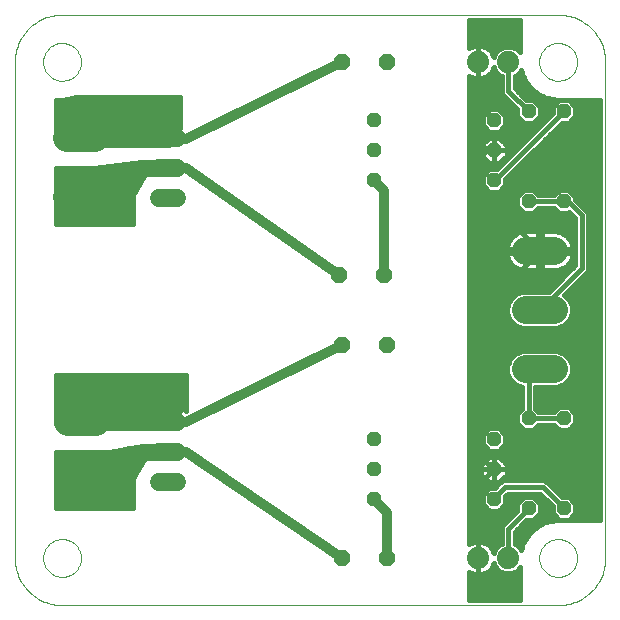
<source format=gtl>
G75*
G70*
%OFA0B0*%
%FSLAX24Y24*%
%IPPOS*%
%LPD*%
%AMOC8*
5,1,8,0,0,1.08239X$1,22.5*
%
%ADD10C,0.0000*%
%ADD11C,0.0937*%
%ADD12OC8,0.0480*%
%ADD13C,0.0740*%
%ADD14OC8,0.0540*%
%ADD15C,0.0600*%
%ADD16C,0.0160*%
%ADD17C,0.0320*%
%ADD18C,0.0560*%
D10*
X005612Y004990D02*
X005612Y021526D01*
X006557Y021526D02*
X006559Y021576D01*
X006565Y021626D01*
X006575Y021675D01*
X006589Y021723D01*
X006606Y021770D01*
X006627Y021815D01*
X006652Y021859D01*
X006680Y021900D01*
X006712Y021939D01*
X006746Y021976D01*
X006783Y022010D01*
X006823Y022040D01*
X006865Y022067D01*
X006909Y022091D01*
X006955Y022112D01*
X007002Y022128D01*
X007050Y022141D01*
X007100Y022150D01*
X007149Y022155D01*
X007200Y022156D01*
X007250Y022153D01*
X007299Y022146D01*
X007348Y022135D01*
X007396Y022120D01*
X007442Y022102D01*
X007487Y022080D01*
X007530Y022054D01*
X007571Y022025D01*
X007610Y021993D01*
X007646Y021958D01*
X007678Y021920D01*
X007708Y021880D01*
X007735Y021837D01*
X007758Y021793D01*
X007777Y021747D01*
X007793Y021699D01*
X007805Y021650D01*
X007813Y021601D01*
X007817Y021551D01*
X007817Y021501D01*
X007813Y021451D01*
X007805Y021402D01*
X007793Y021353D01*
X007777Y021305D01*
X007758Y021259D01*
X007735Y021215D01*
X007708Y021172D01*
X007678Y021132D01*
X007646Y021094D01*
X007610Y021059D01*
X007571Y021027D01*
X007530Y020998D01*
X007487Y020972D01*
X007442Y020950D01*
X007396Y020932D01*
X007348Y020917D01*
X007299Y020906D01*
X007250Y020899D01*
X007200Y020896D01*
X007149Y020897D01*
X007100Y020902D01*
X007050Y020911D01*
X007002Y020924D01*
X006955Y020940D01*
X006909Y020961D01*
X006865Y020985D01*
X006823Y021012D01*
X006783Y021042D01*
X006746Y021076D01*
X006712Y021113D01*
X006680Y021152D01*
X006652Y021193D01*
X006627Y021237D01*
X006606Y021282D01*
X006589Y021329D01*
X006575Y021377D01*
X006565Y021426D01*
X006559Y021476D01*
X006557Y021526D01*
X005612Y021526D02*
X005614Y021603D01*
X005620Y021680D01*
X005629Y021757D01*
X005642Y021833D01*
X005659Y021909D01*
X005680Y021983D01*
X005704Y022057D01*
X005732Y022129D01*
X005763Y022199D01*
X005798Y022268D01*
X005836Y022336D01*
X005877Y022401D01*
X005922Y022464D01*
X005970Y022525D01*
X006020Y022584D01*
X006073Y022640D01*
X006129Y022693D01*
X006188Y022743D01*
X006249Y022791D01*
X006312Y022836D01*
X006377Y022877D01*
X006445Y022915D01*
X006514Y022950D01*
X006584Y022981D01*
X006656Y023009D01*
X006730Y023033D01*
X006804Y023054D01*
X006880Y023071D01*
X006956Y023084D01*
X007033Y023093D01*
X007110Y023099D01*
X007187Y023101D01*
X023722Y023101D01*
X023092Y021526D02*
X023094Y021576D01*
X023100Y021626D01*
X023110Y021675D01*
X023124Y021723D01*
X023141Y021770D01*
X023162Y021815D01*
X023187Y021859D01*
X023215Y021900D01*
X023247Y021939D01*
X023281Y021976D01*
X023318Y022010D01*
X023358Y022040D01*
X023400Y022067D01*
X023444Y022091D01*
X023490Y022112D01*
X023537Y022128D01*
X023585Y022141D01*
X023635Y022150D01*
X023684Y022155D01*
X023735Y022156D01*
X023785Y022153D01*
X023834Y022146D01*
X023883Y022135D01*
X023931Y022120D01*
X023977Y022102D01*
X024022Y022080D01*
X024065Y022054D01*
X024106Y022025D01*
X024145Y021993D01*
X024181Y021958D01*
X024213Y021920D01*
X024243Y021880D01*
X024270Y021837D01*
X024293Y021793D01*
X024312Y021747D01*
X024328Y021699D01*
X024340Y021650D01*
X024348Y021601D01*
X024352Y021551D01*
X024352Y021501D01*
X024348Y021451D01*
X024340Y021402D01*
X024328Y021353D01*
X024312Y021305D01*
X024293Y021259D01*
X024270Y021215D01*
X024243Y021172D01*
X024213Y021132D01*
X024181Y021094D01*
X024145Y021059D01*
X024106Y021027D01*
X024065Y020998D01*
X024022Y020972D01*
X023977Y020950D01*
X023931Y020932D01*
X023883Y020917D01*
X023834Y020906D01*
X023785Y020899D01*
X023735Y020896D01*
X023684Y020897D01*
X023635Y020902D01*
X023585Y020911D01*
X023537Y020924D01*
X023490Y020940D01*
X023444Y020961D01*
X023400Y020985D01*
X023358Y021012D01*
X023318Y021042D01*
X023281Y021076D01*
X023247Y021113D01*
X023215Y021152D01*
X023187Y021193D01*
X023162Y021237D01*
X023141Y021282D01*
X023124Y021329D01*
X023110Y021377D01*
X023100Y021426D01*
X023094Y021476D01*
X023092Y021526D01*
X023722Y023101D02*
X023799Y023099D01*
X023876Y023093D01*
X023953Y023084D01*
X024029Y023071D01*
X024105Y023054D01*
X024179Y023033D01*
X024253Y023009D01*
X024325Y022981D01*
X024395Y022950D01*
X024464Y022915D01*
X024532Y022877D01*
X024597Y022836D01*
X024660Y022791D01*
X024721Y022743D01*
X024780Y022693D01*
X024836Y022640D01*
X024889Y022584D01*
X024939Y022525D01*
X024987Y022464D01*
X025032Y022401D01*
X025073Y022336D01*
X025111Y022268D01*
X025146Y022199D01*
X025177Y022129D01*
X025205Y022057D01*
X025229Y021983D01*
X025250Y021909D01*
X025267Y021833D01*
X025280Y021757D01*
X025289Y021680D01*
X025295Y021603D01*
X025297Y021526D01*
X025297Y004990D01*
X023092Y004990D02*
X023094Y005040D01*
X023100Y005090D01*
X023110Y005139D01*
X023124Y005187D01*
X023141Y005234D01*
X023162Y005279D01*
X023187Y005323D01*
X023215Y005364D01*
X023247Y005403D01*
X023281Y005440D01*
X023318Y005474D01*
X023358Y005504D01*
X023400Y005531D01*
X023444Y005555D01*
X023490Y005576D01*
X023537Y005592D01*
X023585Y005605D01*
X023635Y005614D01*
X023684Y005619D01*
X023735Y005620D01*
X023785Y005617D01*
X023834Y005610D01*
X023883Y005599D01*
X023931Y005584D01*
X023977Y005566D01*
X024022Y005544D01*
X024065Y005518D01*
X024106Y005489D01*
X024145Y005457D01*
X024181Y005422D01*
X024213Y005384D01*
X024243Y005344D01*
X024270Y005301D01*
X024293Y005257D01*
X024312Y005211D01*
X024328Y005163D01*
X024340Y005114D01*
X024348Y005065D01*
X024352Y005015D01*
X024352Y004965D01*
X024348Y004915D01*
X024340Y004866D01*
X024328Y004817D01*
X024312Y004769D01*
X024293Y004723D01*
X024270Y004679D01*
X024243Y004636D01*
X024213Y004596D01*
X024181Y004558D01*
X024145Y004523D01*
X024106Y004491D01*
X024065Y004462D01*
X024022Y004436D01*
X023977Y004414D01*
X023931Y004396D01*
X023883Y004381D01*
X023834Y004370D01*
X023785Y004363D01*
X023735Y004360D01*
X023684Y004361D01*
X023635Y004366D01*
X023585Y004375D01*
X023537Y004388D01*
X023490Y004404D01*
X023444Y004425D01*
X023400Y004449D01*
X023358Y004476D01*
X023318Y004506D01*
X023281Y004540D01*
X023247Y004577D01*
X023215Y004616D01*
X023187Y004657D01*
X023162Y004701D01*
X023141Y004746D01*
X023124Y004793D01*
X023110Y004841D01*
X023100Y004890D01*
X023094Y004940D01*
X023092Y004990D01*
X023722Y003415D02*
X023799Y003417D01*
X023876Y003423D01*
X023953Y003432D01*
X024029Y003445D01*
X024105Y003462D01*
X024179Y003483D01*
X024253Y003507D01*
X024325Y003535D01*
X024395Y003566D01*
X024464Y003601D01*
X024532Y003639D01*
X024597Y003680D01*
X024660Y003725D01*
X024721Y003773D01*
X024780Y003823D01*
X024836Y003876D01*
X024889Y003932D01*
X024939Y003991D01*
X024987Y004052D01*
X025032Y004115D01*
X025073Y004180D01*
X025111Y004248D01*
X025146Y004317D01*
X025177Y004387D01*
X025205Y004459D01*
X025229Y004533D01*
X025250Y004607D01*
X025267Y004683D01*
X025280Y004759D01*
X025289Y004836D01*
X025295Y004913D01*
X025297Y004990D01*
X023722Y003416D02*
X007187Y003416D01*
X006557Y004990D02*
X006559Y005040D01*
X006565Y005090D01*
X006575Y005139D01*
X006589Y005187D01*
X006606Y005234D01*
X006627Y005279D01*
X006652Y005323D01*
X006680Y005364D01*
X006712Y005403D01*
X006746Y005440D01*
X006783Y005474D01*
X006823Y005504D01*
X006865Y005531D01*
X006909Y005555D01*
X006955Y005576D01*
X007002Y005592D01*
X007050Y005605D01*
X007100Y005614D01*
X007149Y005619D01*
X007200Y005620D01*
X007250Y005617D01*
X007299Y005610D01*
X007348Y005599D01*
X007396Y005584D01*
X007442Y005566D01*
X007487Y005544D01*
X007530Y005518D01*
X007571Y005489D01*
X007610Y005457D01*
X007646Y005422D01*
X007678Y005384D01*
X007708Y005344D01*
X007735Y005301D01*
X007758Y005257D01*
X007777Y005211D01*
X007793Y005163D01*
X007805Y005114D01*
X007813Y005065D01*
X007817Y005015D01*
X007817Y004965D01*
X007813Y004915D01*
X007805Y004866D01*
X007793Y004817D01*
X007777Y004769D01*
X007758Y004723D01*
X007735Y004679D01*
X007708Y004636D01*
X007678Y004596D01*
X007646Y004558D01*
X007610Y004523D01*
X007571Y004491D01*
X007530Y004462D01*
X007487Y004436D01*
X007442Y004414D01*
X007396Y004396D01*
X007348Y004381D01*
X007299Y004370D01*
X007250Y004363D01*
X007200Y004360D01*
X007149Y004361D01*
X007100Y004366D01*
X007050Y004375D01*
X007002Y004388D01*
X006955Y004404D01*
X006909Y004425D01*
X006865Y004449D01*
X006823Y004476D01*
X006783Y004506D01*
X006746Y004540D01*
X006712Y004577D01*
X006680Y004616D01*
X006652Y004657D01*
X006627Y004701D01*
X006606Y004746D01*
X006589Y004793D01*
X006575Y004841D01*
X006565Y004890D01*
X006559Y004940D01*
X006557Y004990D01*
X005612Y004990D02*
X005614Y004913D01*
X005620Y004836D01*
X005629Y004759D01*
X005642Y004683D01*
X005659Y004607D01*
X005680Y004533D01*
X005704Y004459D01*
X005732Y004387D01*
X005763Y004317D01*
X005798Y004248D01*
X005836Y004180D01*
X005877Y004115D01*
X005922Y004052D01*
X005970Y003991D01*
X006020Y003932D01*
X006073Y003876D01*
X006129Y003823D01*
X006188Y003773D01*
X006249Y003725D01*
X006312Y003680D01*
X006377Y003639D01*
X006445Y003601D01*
X006514Y003566D01*
X006584Y003535D01*
X006656Y003507D01*
X006730Y003483D01*
X006804Y003462D01*
X006880Y003445D01*
X006956Y003432D01*
X007033Y003423D01*
X007110Y003417D01*
X007187Y003415D01*
D11*
X007375Y007549D02*
X008312Y007549D01*
X008312Y009518D02*
X007375Y009518D01*
X007363Y017025D02*
X008300Y017025D01*
X008300Y018994D02*
X007363Y018994D01*
X022643Y015227D02*
X023580Y015227D01*
X023580Y013258D02*
X022643Y013258D01*
X022643Y011290D02*
X023580Y011290D01*
D12*
X023919Y009640D03*
X022738Y009640D03*
X021588Y008943D03*
X021588Y007943D03*
X021588Y006943D03*
X022738Y006640D03*
X023919Y006640D03*
X017588Y006943D03*
X017588Y007943D03*
X017588Y008943D03*
X022738Y016876D03*
X023919Y016876D03*
X021588Y017573D03*
X021588Y018573D03*
X021588Y019573D03*
X022738Y019876D03*
X023919Y019876D03*
X017588Y019573D03*
X017588Y018573D03*
X017588Y017573D03*
D13*
X021057Y021526D03*
X022057Y021526D03*
X022057Y004990D03*
X021057Y004990D03*
D14*
X018029Y004990D03*
X016529Y004990D03*
X016529Y012077D03*
X018029Y012077D03*
X017931Y014439D03*
X016431Y014439D03*
X016529Y021526D03*
X018029Y021526D03*
D15*
X011014Y018983D02*
X010414Y018983D01*
X010414Y017983D02*
X011014Y017983D01*
X011014Y016983D02*
X010414Y016983D01*
X010414Y009534D02*
X011014Y009534D01*
X011014Y008534D02*
X010414Y008534D01*
X010414Y007534D02*
X011014Y007534D01*
D16*
X009848Y008171D02*
X008500Y008171D01*
X008521Y008165D02*
X008439Y008187D01*
X008355Y008198D01*
X007901Y008198D01*
X007901Y007607D01*
X007786Y007607D01*
X007786Y007492D01*
X006990Y007492D01*
X006990Y007607D01*
X007786Y007607D01*
X007786Y008198D01*
X007333Y008198D01*
X007248Y008187D01*
X007166Y008165D01*
X007088Y008132D01*
X007014Y008090D01*
X006990Y008071D01*
X006990Y008534D01*
X008761Y008534D01*
X009844Y008731D01*
X009844Y008337D01*
X009943Y008337D01*
X009549Y007648D01*
X009549Y006664D01*
X006990Y006664D01*
X006990Y007028D01*
X007014Y007009D01*
X007088Y006967D01*
X007166Y006934D01*
X007248Y006912D01*
X007333Y006901D01*
X007786Y006901D01*
X007786Y007492D01*
X007901Y007492D01*
X007901Y006901D01*
X008355Y006901D01*
X008439Y006912D01*
X008521Y006934D01*
X008600Y006967D01*
X008673Y007009D01*
X008741Y007061D01*
X009549Y007061D01*
X009549Y006903D02*
X008367Y006903D01*
X008741Y007061D02*
X008801Y007121D01*
X008853Y007188D01*
X008895Y007262D01*
X008928Y007341D01*
X008950Y007423D01*
X008959Y007492D01*
X007902Y007492D01*
X007902Y007607D01*
X008959Y007607D01*
X008950Y007676D01*
X008928Y007758D01*
X008895Y007837D01*
X008853Y007911D01*
X008801Y007978D01*
X008741Y008038D01*
X008673Y008090D01*
X008600Y008132D01*
X008521Y008165D01*
X008767Y008012D02*
X009757Y008012D01*
X009666Y007854D02*
X008885Y007854D01*
X008945Y007695D02*
X009576Y007695D01*
X009549Y007537D02*
X007902Y007537D01*
X007786Y007537D02*
X006990Y007537D01*
X006990Y008171D02*
X007188Y008171D01*
X006990Y008329D02*
X009938Y008329D01*
X009844Y008488D02*
X006990Y008488D01*
X007786Y008171D02*
X007901Y008171D01*
X007901Y008012D02*
X007786Y008012D01*
X007786Y007854D02*
X007901Y007854D01*
X007901Y007695D02*
X007786Y007695D01*
X007786Y007378D02*
X007901Y007378D01*
X007901Y007220D02*
X007786Y007220D01*
X007786Y007061D02*
X007901Y007061D01*
X007901Y006903D02*
X007786Y006903D01*
X007320Y006903D02*
X006990Y006903D01*
X006990Y006744D02*
X009549Y006744D01*
X009549Y007220D02*
X008871Y007220D01*
X008938Y007378D02*
X009549Y007378D01*
X009380Y008646D02*
X009844Y008646D01*
X009968Y009715D02*
X008931Y009715D01*
X008928Y009727D01*
X008895Y009805D01*
X008853Y009879D01*
X008801Y009946D01*
X008741Y010007D01*
X008673Y010058D01*
X008600Y010101D01*
X008521Y010133D01*
X008439Y010155D01*
X008355Y010166D01*
X007901Y010166D01*
X007901Y009715D01*
X007786Y009715D01*
X007786Y010166D01*
X007333Y010166D01*
X007248Y010155D01*
X007166Y010133D01*
X007088Y010101D01*
X007014Y010058D01*
X006990Y010040D01*
X006990Y011093D01*
X011320Y011093D01*
X011320Y009904D01*
X011266Y009944D01*
X011198Y009979D01*
X011127Y010002D01*
X011052Y010014D01*
X010734Y010014D01*
X010734Y009715D01*
X010694Y009715D01*
X010694Y010014D01*
X010376Y010014D01*
X010302Y010002D01*
X010230Y009979D01*
X010163Y009944D01*
X010101Y009900D01*
X010048Y009846D01*
X010004Y009785D01*
X009969Y009718D01*
X009968Y009715D01*
X009989Y009756D02*
X008916Y009756D01*
X008826Y009914D02*
X010121Y009914D01*
X010694Y009914D02*
X010734Y009914D01*
X010734Y009756D02*
X010694Y009756D01*
X011307Y009914D02*
X011320Y009914D01*
X011320Y010073D02*
X008649Y010073D01*
X007901Y010073D02*
X007786Y010073D01*
X007786Y009914D02*
X007901Y009914D01*
X007901Y009756D02*
X007786Y009756D01*
X007291Y009576D02*
X007214Y009460D01*
X006990Y009460D01*
X006990Y009576D01*
X007291Y009576D01*
X007039Y010073D02*
X006990Y010073D01*
X006990Y010231D02*
X011320Y010231D01*
X011320Y010390D02*
X006990Y010390D01*
X006990Y010548D02*
X011320Y010548D01*
X011320Y010707D02*
X006990Y010707D01*
X006990Y010865D02*
X011320Y010865D01*
X011320Y011024D02*
X006990Y011024D01*
X006990Y016112D02*
X006990Y016494D01*
X007002Y016485D01*
X007076Y016442D01*
X007154Y016410D01*
X007236Y016388D01*
X007320Y016377D01*
X007774Y016377D01*
X007774Y016967D01*
X007889Y016967D01*
X007889Y016377D01*
X008343Y016377D01*
X008427Y016388D01*
X008509Y016410D01*
X008587Y016442D01*
X008661Y016485D01*
X008729Y016536D01*
X008789Y016597D01*
X008840Y016664D01*
X008883Y016738D01*
X008915Y016816D01*
X008937Y016898D01*
X008946Y016967D01*
X007889Y016967D01*
X007889Y017083D01*
X007774Y017083D01*
X007774Y017674D01*
X007320Y017674D01*
X007236Y017662D01*
X007154Y017640D01*
X007076Y017608D01*
X007002Y017565D01*
X006990Y017556D01*
X006990Y017983D01*
X008269Y017983D01*
X009844Y018179D01*
X009943Y017786D01*
X009549Y017097D01*
X009549Y016112D01*
X006990Y016112D01*
X006990Y016254D02*
X009549Y016254D01*
X009549Y016413D02*
X008516Y016413D01*
X008763Y016571D02*
X009549Y016571D01*
X009549Y016730D02*
X008878Y016730D01*
X008935Y016888D02*
X009549Y016888D01*
X009549Y017047D02*
X007889Y017047D01*
X007889Y017083D02*
X008946Y017083D01*
X008937Y017152D01*
X008915Y017234D01*
X008883Y017313D01*
X008840Y017386D01*
X008789Y017454D01*
X008729Y017514D01*
X008661Y017565D01*
X008587Y017608D01*
X008509Y017640D01*
X008427Y017662D01*
X008343Y017674D01*
X007889Y017674D01*
X007889Y017083D01*
X007774Y017083D02*
X007774Y016967D01*
X006990Y016967D01*
X006990Y017083D01*
X007774Y017083D01*
X007774Y017047D02*
X006990Y017047D01*
X006990Y017681D02*
X009882Y017681D01*
X009929Y017839D02*
X006990Y017839D01*
X007774Y017522D02*
X007889Y017522D01*
X007889Y017364D02*
X007774Y017364D01*
X007774Y017205D02*
X007889Y017205D01*
X007889Y016888D02*
X007774Y016888D01*
X007774Y016730D02*
X007889Y016730D01*
X007889Y016571D02*
X007774Y016571D01*
X007774Y016413D02*
X007889Y016413D01*
X007147Y016413D02*
X006990Y016413D01*
X008717Y017522D02*
X009792Y017522D01*
X009701Y017364D02*
X008853Y017364D01*
X008923Y017205D02*
X009611Y017205D01*
X009890Y017998D02*
X008390Y017998D01*
X008903Y018755D02*
X008915Y018785D01*
X008937Y018867D01*
X008946Y018936D01*
X007889Y018936D01*
X007889Y019051D01*
X008946Y019051D01*
X008937Y019120D01*
X008915Y019202D01*
X008883Y019281D01*
X008840Y019355D01*
X008789Y019422D01*
X008729Y019482D01*
X008661Y019534D01*
X008587Y019576D01*
X008509Y019609D01*
X008427Y019631D01*
X008343Y019642D01*
X007889Y019642D01*
X007889Y019051D01*
X007774Y019051D01*
X007774Y018936D01*
X006990Y018936D01*
X006990Y019051D01*
X007774Y019051D01*
X007774Y019642D01*
X007320Y019642D01*
X007236Y019631D01*
X007154Y019609D01*
X007076Y019576D01*
X007002Y019534D01*
X006990Y019525D01*
X006990Y020265D01*
X007157Y020265D01*
X007159Y020263D01*
X007189Y020265D01*
X007220Y020265D01*
X007222Y020267D01*
X007334Y020275D01*
X007339Y020272D01*
X007366Y020277D01*
X007393Y020279D01*
X007398Y020284D01*
X007510Y020309D01*
X007516Y020306D01*
X007542Y020316D01*
X007569Y020321D01*
X007572Y020327D01*
X007620Y020345D01*
X011124Y020345D01*
X011124Y019451D01*
X011052Y019463D01*
X010734Y019463D01*
X010734Y019003D01*
X010694Y019003D01*
X010694Y019463D01*
X010376Y019463D01*
X010302Y019451D01*
X010230Y019427D01*
X010163Y019393D01*
X010101Y019349D01*
X010048Y019295D01*
X010004Y019234D01*
X009969Y019167D01*
X009946Y019095D01*
X009934Y019020D01*
X009934Y019003D01*
X010694Y019003D01*
X010694Y018963D01*
X009934Y018963D01*
X009934Y018945D01*
X009946Y018870D01*
X009951Y018855D01*
X008903Y018755D01*
X008917Y018790D02*
X009269Y018790D01*
X008939Y019107D02*
X009950Y019107D01*
X009934Y018949D02*
X007889Y018949D01*
X007774Y018949D02*
X006990Y018949D01*
X006990Y019583D02*
X007091Y019583D01*
X006990Y019741D02*
X011124Y019741D01*
X011124Y019583D02*
X008572Y019583D01*
X008787Y019424D02*
X010224Y019424D01*
X010027Y019266D02*
X008889Y019266D01*
X007889Y019266D02*
X007774Y019266D01*
X007774Y019424D02*
X007889Y019424D01*
X007889Y019583D02*
X007774Y019583D01*
X007774Y019107D02*
X007889Y019107D01*
X006990Y019900D02*
X011124Y019900D01*
X011124Y020058D02*
X006990Y020058D01*
X006990Y020217D02*
X011124Y020217D01*
X010734Y019424D02*
X010694Y019424D01*
X010694Y019266D02*
X010734Y019266D01*
X010734Y019107D02*
X010694Y019107D01*
X009850Y018156D02*
X009658Y018156D01*
X020769Y018156D02*
X021411Y018156D01*
X021414Y018153D02*
X021168Y018399D01*
X021168Y018573D01*
X021588Y018573D01*
X021588Y018573D01*
X021588Y018573D01*
X021588Y018153D01*
X021414Y018153D01*
X021588Y018153D02*
X021762Y018153D01*
X022008Y018399D01*
X022008Y018573D01*
X021588Y018573D01*
X021168Y018573D01*
X021168Y018747D01*
X021414Y018993D01*
X021588Y018993D01*
X021588Y018573D01*
X021588Y018573D01*
X021588Y018153D01*
X021588Y018156D02*
X021588Y018156D01*
X021588Y018315D02*
X021588Y018315D01*
X021588Y018473D02*
X021588Y018473D01*
X021588Y018573D02*
X021588Y018573D01*
X021360Y018573D01*
X021065Y018278D01*
X021065Y017274D01*
X023112Y015227D01*
X021065Y013179D01*
X021065Y008435D01*
X021557Y007943D01*
X021588Y007943D01*
X021168Y007943D01*
X021168Y007769D01*
X021414Y007523D01*
X021588Y007523D01*
X021588Y007943D01*
X021588Y007943D01*
X021588Y007943D01*
X021168Y007943D01*
X021168Y008117D01*
X021414Y008363D01*
X021588Y008363D01*
X021588Y007943D01*
X021588Y007523D01*
X021762Y007523D01*
X022008Y007769D01*
X022008Y007943D01*
X021588Y007943D01*
X021057Y007412D01*
X021057Y004990D01*
X021057Y004440D01*
X021100Y004440D01*
X021185Y004454D01*
X021268Y004481D01*
X021345Y004520D01*
X021415Y004571D01*
X021476Y004632D01*
X021527Y004702D01*
X021566Y004779D01*
X021578Y004814D01*
X021624Y004702D01*
X021768Y004558D01*
X021955Y004480D01*
X022158Y004480D01*
X022346Y004558D01*
X022461Y004673D01*
X022461Y003596D01*
X020769Y003596D01*
X020769Y004520D01*
X020846Y004481D01*
X020928Y004454D01*
X021013Y004440D01*
X021057Y004440D01*
X021057Y004990D01*
X021057Y004990D01*
X021057Y004990D01*
X021057Y005540D01*
X021100Y005540D01*
X021185Y005527D01*
X021268Y005500D01*
X021345Y005461D01*
X021415Y005410D01*
X021476Y005349D01*
X021527Y005279D01*
X021566Y005202D01*
X021578Y005167D01*
X021624Y005279D01*
X021768Y005423D01*
X021837Y005451D01*
X021837Y006050D01*
X022358Y006571D01*
X022358Y006797D01*
X022580Y007020D01*
X022895Y007020D01*
X023118Y006797D01*
X023118Y006483D01*
X022895Y006260D01*
X022669Y006260D01*
X022277Y005868D01*
X022277Y005451D01*
X022346Y005423D01*
X022489Y005279D01*
X022495Y005266D01*
X022505Y005314D01*
X022502Y005320D01*
X022512Y005346D01*
X022518Y005373D01*
X022523Y005376D01*
X022563Y005484D01*
X022562Y005490D01*
X022575Y005514D01*
X022584Y005540D01*
X022590Y005543D01*
X022645Y005644D01*
X022645Y005650D01*
X022661Y005672D01*
X022674Y005696D01*
X022680Y005698D01*
X022749Y005791D01*
X022749Y005797D01*
X022769Y005816D01*
X022785Y005838D01*
X022792Y005839D01*
X022873Y005921D01*
X022874Y005927D01*
X022896Y005944D01*
X022915Y005963D01*
X022922Y005963D01*
X023014Y006032D01*
X023016Y006038D01*
X023040Y006051D01*
X023062Y006068D01*
X023069Y006067D01*
X023170Y006122D01*
X023172Y006128D01*
X023198Y006138D01*
X023222Y006151D01*
X023228Y006149D01*
X023336Y006189D01*
X023340Y006195D01*
X023367Y006201D01*
X023392Y006210D01*
X023398Y006208D01*
X023511Y006232D01*
X023515Y006237D01*
X023543Y006239D01*
X023569Y006245D01*
X023575Y006241D01*
X023687Y006249D01*
X023689Y006252D01*
X023719Y006252D01*
X023749Y006254D01*
X023752Y006252D01*
X025117Y006252D01*
X025117Y020265D01*
X023752Y020265D01*
X023749Y020263D01*
X023719Y020265D01*
X023689Y020265D01*
X023687Y020267D01*
X023575Y020275D01*
X023569Y020272D01*
X023543Y020277D01*
X023515Y020279D01*
X023511Y020284D01*
X023398Y020309D01*
X023392Y020306D01*
X023367Y020316D01*
X023340Y020321D01*
X023336Y020327D01*
X023228Y020367D01*
X023222Y020365D01*
X023198Y020379D01*
X023172Y020388D01*
X023170Y020394D01*
X023069Y020449D01*
X023062Y020448D01*
X023040Y020465D01*
X023016Y020478D01*
X023014Y020484D01*
X022922Y020553D01*
X022915Y020553D01*
X022896Y020573D01*
X022874Y020589D01*
X022873Y020595D01*
X022792Y020677D01*
X022785Y020678D01*
X022769Y020700D01*
X022749Y020719D01*
X022749Y020726D01*
X022680Y020818D01*
X022674Y020820D01*
X022661Y020844D01*
X022645Y020866D01*
X022645Y020872D01*
X022590Y020973D01*
X022584Y020976D01*
X022575Y021002D01*
X022562Y021026D01*
X022563Y021032D01*
X022523Y021140D01*
X022518Y021144D01*
X022512Y021170D01*
X022502Y021196D01*
X022505Y021202D01*
X022495Y021250D01*
X022489Y021237D01*
X022346Y021093D01*
X022277Y021065D01*
X022277Y020648D01*
X022669Y020256D01*
X022895Y020256D01*
X023118Y020034D01*
X023118Y019719D01*
X022895Y019496D01*
X022580Y019496D01*
X022358Y019719D01*
X022358Y019945D01*
X021837Y020466D01*
X021837Y021065D01*
X021768Y021093D01*
X021624Y021237D01*
X021578Y021350D01*
X021566Y021315D01*
X021527Y021238D01*
X021476Y021168D01*
X021694Y021168D01*
X021587Y021326D02*
X021570Y021326D01*
X021476Y021168D02*
X021415Y021106D01*
X021345Y021055D01*
X021268Y021016D01*
X021185Y020989D01*
X021100Y020976D01*
X021057Y020976D01*
X021057Y021526D01*
X021057Y021526D01*
X021057Y022076D01*
X021100Y022076D01*
X021185Y022062D01*
X021268Y022036D01*
X021345Y021996D01*
X021415Y021945D01*
X021476Y021884D01*
X021527Y021814D01*
X021566Y021737D01*
X021578Y021702D01*
X021624Y021815D01*
X021768Y021958D01*
X021955Y022036D01*
X022158Y022036D01*
X022346Y021958D01*
X022461Y021843D01*
X022461Y022921D01*
X020769Y022921D01*
X020769Y021997D01*
X020846Y022036D01*
X020928Y022062D01*
X021013Y022076D01*
X021057Y022076D01*
X021057Y021526D01*
X021057Y018876D01*
X021360Y018573D01*
X021168Y018632D02*
X020769Y018632D01*
X020769Y018790D02*
X021211Y018790D01*
X021370Y018949D02*
X020769Y018949D01*
X020769Y019107D02*
X022839Y019107D01*
X022997Y019266D02*
X021818Y019266D01*
X021746Y019193D02*
X021968Y019416D01*
X021968Y019730D01*
X021746Y019953D01*
X021431Y019953D01*
X021208Y019730D01*
X021208Y019416D01*
X021431Y019193D01*
X021746Y019193D01*
X021762Y018993D02*
X021588Y018993D01*
X021588Y018573D01*
X022008Y018573D01*
X022008Y018747D01*
X021762Y018993D01*
X021807Y018949D02*
X022680Y018949D01*
X022522Y018790D02*
X021965Y018790D01*
X022008Y018632D02*
X022363Y018632D01*
X022205Y018473D02*
X022008Y018473D01*
X022046Y018315D02*
X021924Y018315D01*
X021888Y018156D02*
X021765Y018156D01*
X021729Y017998D02*
X020769Y017998D01*
X020769Y017839D02*
X021317Y017839D01*
X021208Y017730D02*
X021208Y017416D01*
X021431Y017193D01*
X021746Y017193D01*
X021968Y017416D01*
X021968Y017614D01*
X023850Y019496D01*
X024076Y019496D01*
X024299Y019719D01*
X024299Y020034D01*
X024076Y020256D01*
X023761Y020256D01*
X023539Y020034D01*
X023539Y019807D01*
X021685Y017953D01*
X021431Y017953D01*
X021208Y017730D01*
X021208Y017681D02*
X020769Y017681D01*
X020769Y017522D02*
X021208Y017522D01*
X021260Y017364D02*
X020769Y017364D01*
X020769Y017205D02*
X021419Y017205D01*
X021758Y017205D02*
X022529Y017205D01*
X022580Y017256D02*
X022358Y017034D01*
X022358Y016719D01*
X022580Y016496D01*
X022895Y016496D01*
X023055Y016656D01*
X023601Y016656D01*
X023761Y016496D01*
X024076Y016496D01*
X024093Y016513D01*
X024289Y016317D01*
X024289Y014747D01*
X023409Y013867D01*
X022522Y013867D01*
X022299Y013774D01*
X022127Y013603D01*
X022035Y013379D01*
X022035Y013137D01*
X022127Y012913D01*
X022299Y012742D01*
X022522Y012650D01*
X023701Y012650D01*
X023925Y012742D01*
X024096Y012913D01*
X024189Y013137D01*
X024189Y013379D01*
X024096Y013603D01*
X023932Y013767D01*
X024729Y014565D01*
X024729Y016499D01*
X024601Y016628D01*
X024299Y016929D01*
X024299Y017034D01*
X024076Y017256D01*
X023761Y017256D01*
X023601Y017096D01*
X023055Y017096D01*
X022895Y017256D01*
X022580Y017256D01*
X022371Y017047D02*
X020769Y017047D01*
X020769Y016888D02*
X022358Y016888D01*
X022358Y016730D02*
X020769Y016730D01*
X020769Y016571D02*
X022506Y016571D01*
X022738Y016876D02*
X024041Y016876D01*
X024509Y016408D01*
X024509Y014656D01*
X023112Y013258D01*
X022274Y012767D02*
X020769Y012767D01*
X020769Y012609D02*
X025117Y012609D01*
X025117Y012767D02*
X023950Y012767D01*
X024101Y012926D02*
X025117Y012926D01*
X025117Y013084D02*
X024167Y013084D01*
X024189Y013243D02*
X025117Y013243D01*
X025117Y013401D02*
X024180Y013401D01*
X024114Y013560D02*
X025117Y013560D01*
X025117Y013718D02*
X023981Y013718D01*
X024041Y013877D02*
X025117Y013877D01*
X025117Y014035D02*
X024200Y014035D01*
X024358Y014194D02*
X025117Y014194D01*
X025117Y014352D02*
X024517Y014352D01*
X024675Y014511D02*
X025117Y014511D01*
X025117Y014669D02*
X024729Y014669D01*
X024729Y014828D02*
X025117Y014828D01*
X025117Y014986D02*
X024729Y014986D01*
X024729Y015145D02*
X025117Y015145D01*
X025117Y015303D02*
X024729Y015303D01*
X024729Y015462D02*
X025117Y015462D01*
X025117Y015620D02*
X024729Y015620D01*
X024729Y015779D02*
X025117Y015779D01*
X025117Y015937D02*
X024729Y015937D01*
X024729Y016096D02*
X025117Y016096D01*
X025117Y016254D02*
X024729Y016254D01*
X024729Y016413D02*
X025117Y016413D01*
X025117Y016571D02*
X024657Y016571D01*
X024499Y016730D02*
X025117Y016730D01*
X025117Y016888D02*
X024340Y016888D01*
X024286Y017047D02*
X025117Y017047D01*
X025117Y017205D02*
X024127Y017205D01*
X023919Y016876D02*
X022738Y016876D01*
X022970Y016571D02*
X023687Y016571D01*
X024193Y016413D02*
X020769Y016413D01*
X020769Y016254D02*
X024289Y016254D01*
X024289Y016096D02*
X020769Y016096D01*
X020769Y015937D02*
X024289Y015937D01*
X024289Y015779D02*
X023921Y015779D01*
X023941Y015767D02*
X023868Y015810D01*
X023789Y015842D01*
X023707Y015864D01*
X023623Y015875D01*
X023170Y015875D01*
X023170Y015284D01*
X024227Y015284D01*
X024218Y015353D01*
X024196Y015436D01*
X024163Y015514D01*
X024121Y015588D01*
X024069Y015655D01*
X024009Y015715D01*
X023941Y015767D01*
X024096Y015620D02*
X024289Y015620D01*
X024289Y015462D02*
X024185Y015462D01*
X024224Y015303D02*
X024289Y015303D01*
X024227Y015169D02*
X023170Y015169D01*
X023170Y015284D01*
X023054Y015284D01*
X023054Y015169D01*
X021997Y015169D01*
X022006Y015100D01*
X022028Y015018D01*
X022060Y014939D01*
X022103Y014866D01*
X022155Y014798D01*
X022215Y014738D01*
X022282Y014686D01*
X022356Y014644D01*
X022434Y014611D01*
X022517Y014589D01*
X022601Y014578D01*
X023054Y014578D01*
X023054Y015169D01*
X023170Y015169D01*
X023170Y014578D01*
X023623Y014578D01*
X023707Y014589D01*
X023789Y014611D01*
X023868Y014644D01*
X023941Y014686D01*
X024009Y014738D01*
X024069Y014798D01*
X024121Y014866D01*
X024163Y014939D01*
X024196Y015018D01*
X024218Y015100D01*
X024227Y015169D01*
X024224Y015145D02*
X024289Y015145D01*
X024289Y014986D02*
X024183Y014986D01*
X024092Y014828D02*
X024289Y014828D01*
X024212Y014669D02*
X023912Y014669D01*
X024053Y014511D02*
X020769Y014511D01*
X020769Y014669D02*
X022312Y014669D01*
X022132Y014828D02*
X020769Y014828D01*
X020769Y014986D02*
X022041Y014986D01*
X022000Y015145D02*
X020769Y015145D01*
X020769Y015303D02*
X021999Y015303D01*
X021997Y015284D02*
X023054Y015284D01*
X023054Y015875D01*
X022601Y015875D01*
X022517Y015864D01*
X022434Y015842D01*
X022356Y015810D01*
X022282Y015767D01*
X022215Y015715D01*
X022155Y015655D01*
X022103Y015588D01*
X022060Y015514D01*
X022028Y015436D01*
X022006Y015353D01*
X021997Y015284D01*
X022039Y015462D02*
X020769Y015462D01*
X020769Y015620D02*
X022128Y015620D01*
X022302Y015779D02*
X020769Y015779D01*
X020769Y014352D02*
X023895Y014352D01*
X023736Y014194D02*
X020769Y014194D01*
X020769Y014035D02*
X023578Y014035D01*
X023419Y013877D02*
X020769Y013877D01*
X020769Y013718D02*
X022243Y013718D01*
X022110Y013560D02*
X020769Y013560D01*
X020769Y013401D02*
X022044Y013401D01*
X022035Y013243D02*
X020769Y013243D01*
X020769Y013084D02*
X022057Y013084D01*
X022122Y012926D02*
X020769Y012926D01*
X020769Y012450D02*
X025117Y012450D01*
X025117Y012292D02*
X020769Y012292D01*
X020769Y012133D02*
X025117Y012133D01*
X025117Y011975D02*
X020769Y011975D01*
X020769Y011816D02*
X022324Y011816D01*
X022299Y011805D02*
X022127Y011634D01*
X022035Y011411D01*
X022035Y011169D01*
X022127Y010945D01*
X022299Y010774D01*
X022518Y010683D01*
X022518Y009957D01*
X022358Y009797D01*
X022358Y009483D01*
X022580Y009260D01*
X022895Y009260D01*
X023055Y009420D01*
X023601Y009420D01*
X023761Y009260D01*
X024076Y009260D01*
X024299Y009483D01*
X024299Y009797D01*
X024076Y010020D01*
X023761Y010020D01*
X023601Y009860D01*
X023055Y009860D01*
X022958Y009957D01*
X022958Y010681D01*
X023701Y010681D01*
X023925Y010774D01*
X024096Y010945D01*
X024189Y011169D01*
X024189Y011411D01*
X024096Y011634D01*
X023925Y011805D01*
X023701Y011898D01*
X022522Y011898D01*
X022299Y011805D01*
X022151Y011658D02*
X020769Y011658D01*
X020769Y011499D02*
X022071Y011499D01*
X022035Y011341D02*
X020769Y011341D01*
X020769Y011182D02*
X022035Y011182D01*
X022095Y011024D02*
X020769Y011024D01*
X020769Y010865D02*
X022207Y010865D01*
X022461Y010707D02*
X020769Y010707D01*
X020769Y010548D02*
X022518Y010548D01*
X022518Y010390D02*
X020769Y010390D01*
X020769Y010231D02*
X022518Y010231D01*
X022518Y010073D02*
X020769Y010073D01*
X020769Y009914D02*
X022474Y009914D01*
X022358Y009756D02*
X020769Y009756D01*
X020769Y009597D02*
X022358Y009597D01*
X022402Y009439D02*
X020769Y009439D01*
X020769Y009280D02*
X021388Y009280D01*
X021431Y009323D02*
X021208Y009101D01*
X021208Y008786D01*
X021431Y008563D01*
X021746Y008563D01*
X021968Y008786D01*
X021968Y009101D01*
X021746Y009323D01*
X021431Y009323D01*
X021229Y009122D02*
X020769Y009122D01*
X020769Y008963D02*
X021208Y008963D01*
X021208Y008805D02*
X020769Y008805D01*
X020769Y008646D02*
X021348Y008646D01*
X021380Y008329D02*
X020769Y008329D01*
X020769Y008171D02*
X021222Y008171D01*
X021168Y008012D02*
X020769Y008012D01*
X020769Y007854D02*
X021168Y007854D01*
X021242Y007695D02*
X020769Y007695D01*
X020769Y007537D02*
X021401Y007537D01*
X021588Y007537D02*
X021588Y007537D01*
X021588Y007695D02*
X021588Y007695D01*
X021588Y007854D02*
X021588Y007854D01*
X021588Y007943D02*
X021588Y007943D01*
X021588Y007943D01*
X021588Y008363D01*
X021762Y008363D01*
X022008Y008117D01*
X022008Y007943D01*
X021588Y007943D01*
X021588Y008012D02*
X021588Y008012D01*
X021588Y008171D02*
X021588Y008171D01*
X021588Y008329D02*
X021588Y008329D01*
X021796Y008329D02*
X025117Y008329D01*
X025117Y008171D02*
X021955Y008171D01*
X022008Y008012D02*
X025117Y008012D01*
X025117Y007854D02*
X022008Y007854D01*
X021934Y007695D02*
X025117Y007695D01*
X025117Y007537D02*
X023333Y007537D01*
X023297Y007573D02*
X021859Y007573D01*
X021730Y007444D01*
X021610Y007323D01*
X021431Y007323D01*
X021208Y007101D01*
X021208Y006786D01*
X021431Y006563D01*
X021746Y006563D01*
X021968Y006786D01*
X021968Y007059D01*
X022042Y007133D01*
X023115Y007133D01*
X023539Y006709D01*
X023539Y006483D01*
X023761Y006260D01*
X024076Y006260D01*
X024299Y006483D01*
X024299Y006797D01*
X024076Y007020D01*
X023850Y007020D01*
X023297Y007573D01*
X023206Y007353D02*
X023919Y006640D01*
X024194Y006903D02*
X025117Y006903D01*
X025117Y007061D02*
X023809Y007061D01*
X023650Y007220D02*
X025117Y007220D01*
X025117Y007378D02*
X023492Y007378D01*
X023206Y007353D02*
X021950Y007353D01*
X021588Y006990D01*
X021588Y006943D01*
X021327Y007220D02*
X020769Y007220D01*
X020769Y007378D02*
X021665Y007378D01*
X021776Y007537D02*
X021823Y007537D01*
X021970Y007061D02*
X023187Y007061D01*
X023345Y006903D02*
X023013Y006903D01*
X023118Y006744D02*
X023504Y006744D01*
X023539Y006586D02*
X023118Y006586D01*
X023062Y006427D02*
X023594Y006427D01*
X023753Y006269D02*
X022904Y006269D01*
X023147Y006110D02*
X022519Y006110D01*
X022361Y005952D02*
X022904Y005952D01*
X022749Y005793D02*
X022277Y005793D01*
X022277Y005635D02*
X022640Y005635D01*
X022560Y005476D02*
X022277Y005476D01*
X022451Y005318D02*
X022503Y005318D01*
X022057Y004990D02*
X022057Y005959D01*
X022738Y006640D01*
X022463Y006903D02*
X021968Y006903D01*
X021927Y006744D02*
X022358Y006744D01*
X022358Y006586D02*
X021768Y006586D01*
X021408Y006586D02*
X020769Y006586D01*
X020769Y006744D02*
X021250Y006744D01*
X021208Y006903D02*
X020769Y006903D01*
X020769Y007061D02*
X021208Y007061D01*
X020769Y006427D02*
X022214Y006427D01*
X022055Y006269D02*
X020769Y006269D01*
X020769Y006110D02*
X021897Y006110D01*
X021837Y005952D02*
X020769Y005952D01*
X020769Y005793D02*
X021837Y005793D01*
X021837Y005635D02*
X020769Y005635D01*
X020846Y005500D02*
X020769Y005461D01*
X020769Y021055D01*
X020846Y021016D01*
X020928Y020989D01*
X021013Y020976D01*
X021057Y020976D01*
X021057Y021526D01*
X021057Y021526D01*
X021057Y021485D02*
X021057Y021485D01*
X021057Y021643D02*
X021057Y021643D01*
X021057Y021802D02*
X021057Y021802D01*
X021057Y021960D02*
X021057Y021960D01*
X020769Y022119D02*
X022461Y022119D01*
X022461Y022277D02*
X020769Y022277D01*
X020769Y022436D02*
X022461Y022436D01*
X022461Y022594D02*
X020769Y022594D01*
X020769Y022753D02*
X022461Y022753D01*
X022461Y022911D02*
X020769Y022911D01*
X021395Y021960D02*
X021772Y021960D01*
X021619Y021802D02*
X021533Y021802D01*
X022057Y021526D02*
X022057Y020557D01*
X022738Y019876D01*
X023118Y019900D02*
X023539Y019900D01*
X023563Y020058D02*
X023093Y020058D01*
X022935Y020217D02*
X023722Y020217D01*
X023919Y019876D02*
X021616Y017573D01*
X021588Y017573D01*
X021916Y017364D02*
X025117Y017364D01*
X025117Y017522D02*
X021968Y017522D01*
X022034Y017681D02*
X025117Y017681D01*
X025117Y017839D02*
X022193Y017839D01*
X022351Y017998D02*
X025117Y017998D01*
X025117Y018156D02*
X022510Y018156D01*
X022668Y018315D02*
X025117Y018315D01*
X025117Y018473D02*
X022827Y018473D01*
X022985Y018632D02*
X025117Y018632D01*
X025117Y018790D02*
X023144Y018790D01*
X023302Y018949D02*
X025117Y018949D01*
X025117Y019107D02*
X023461Y019107D01*
X023619Y019266D02*
X025117Y019266D01*
X025117Y019424D02*
X023778Y019424D01*
X024163Y019583D02*
X025117Y019583D01*
X025117Y019741D02*
X024299Y019741D01*
X024299Y019900D02*
X025117Y019900D01*
X025117Y020058D02*
X024274Y020058D01*
X024116Y020217D02*
X025117Y020217D01*
X023473Y019741D02*
X023118Y019741D01*
X022982Y019583D02*
X023314Y019583D01*
X023156Y019424D02*
X021968Y019424D01*
X021968Y019583D02*
X022494Y019583D01*
X022358Y019741D02*
X021958Y019741D01*
X021799Y019900D02*
X022358Y019900D01*
X022245Y020058D02*
X020769Y020058D01*
X020769Y019900D02*
X021377Y019900D01*
X021219Y019741D02*
X020769Y019741D01*
X020769Y019583D02*
X021208Y019583D01*
X021208Y019424D02*
X020769Y019424D01*
X020769Y019266D02*
X021358Y019266D01*
X021588Y018949D02*
X021588Y018949D01*
X021588Y018790D02*
X021588Y018790D01*
X021588Y018632D02*
X021588Y018632D01*
X021168Y018473D02*
X020769Y018473D01*
X020769Y018315D02*
X021253Y018315D01*
X022946Y017205D02*
X023710Y017205D01*
X023170Y015779D02*
X023054Y015779D01*
X023054Y015620D02*
X023170Y015620D01*
X023170Y015462D02*
X023054Y015462D01*
X023054Y015303D02*
X023170Y015303D01*
X023170Y015145D02*
X023054Y015145D01*
X023054Y014986D02*
X023170Y014986D01*
X023170Y014828D02*
X023054Y014828D01*
X023054Y014669D02*
X023170Y014669D01*
X023899Y011816D02*
X025117Y011816D01*
X025117Y011658D02*
X024073Y011658D01*
X024152Y011499D02*
X025117Y011499D01*
X025117Y011341D02*
X024189Y011341D01*
X024189Y011182D02*
X025117Y011182D01*
X025117Y011024D02*
X024129Y011024D01*
X024016Y010865D02*
X025117Y010865D01*
X025117Y010707D02*
X023763Y010707D01*
X023656Y009914D02*
X023001Y009914D01*
X022958Y010073D02*
X025117Y010073D01*
X025117Y010231D02*
X022958Y010231D01*
X022958Y010390D02*
X025117Y010390D01*
X025117Y010548D02*
X022958Y010548D01*
X022738Y010916D02*
X023112Y011290D01*
X022738Y010916D02*
X022738Y009640D01*
X023919Y009640D01*
X024182Y009914D02*
X025117Y009914D01*
X025117Y009756D02*
X024299Y009756D01*
X024299Y009597D02*
X025117Y009597D01*
X025117Y009439D02*
X024255Y009439D01*
X024096Y009280D02*
X025117Y009280D01*
X025117Y009122D02*
X021947Y009122D01*
X021968Y008963D02*
X025117Y008963D01*
X025117Y008805D02*
X021968Y008805D01*
X021829Y008646D02*
X025117Y008646D01*
X025117Y008488D02*
X020769Y008488D01*
X021789Y009280D02*
X022560Y009280D01*
X022915Y009280D02*
X023741Y009280D01*
X024299Y006744D02*
X025117Y006744D01*
X025117Y006586D02*
X024299Y006586D01*
X024243Y006427D02*
X025117Y006427D01*
X025117Y006269D02*
X024085Y006269D01*
X022461Y004525D02*
X022266Y004525D01*
X022461Y004367D02*
X020769Y004367D01*
X020769Y004208D02*
X022461Y004208D01*
X022461Y004050D02*
X020769Y004050D01*
X020769Y003891D02*
X022461Y003891D01*
X022461Y003733D02*
X020769Y003733D01*
X021057Y004525D02*
X021057Y004525D01*
X021057Y004684D02*
X021057Y004684D01*
X021057Y004842D02*
X021057Y004842D01*
X021057Y004990D02*
X021057Y005540D01*
X021013Y005540D01*
X020928Y005527D01*
X020846Y005500D01*
X020798Y005476D02*
X020769Y005476D01*
X021057Y005476D02*
X021057Y005476D01*
X021057Y005318D02*
X021057Y005318D01*
X021057Y005159D02*
X021057Y005159D01*
X021057Y005001D02*
X021057Y005001D01*
X021315Y005476D02*
X021837Y005476D01*
X021663Y005318D02*
X021499Y005318D01*
X021514Y004684D02*
X021642Y004684D01*
X021847Y004525D02*
X021352Y004525D01*
X020769Y020217D02*
X022086Y020217D01*
X021928Y020375D02*
X020769Y020375D01*
X020769Y020534D02*
X021837Y020534D01*
X021837Y020692D02*
X020769Y020692D01*
X020769Y020851D02*
X021837Y020851D01*
X021837Y021009D02*
X021246Y021009D01*
X021057Y021009D02*
X021057Y021009D01*
X021057Y021168D02*
X021057Y021168D01*
X021057Y021326D02*
X021057Y021326D01*
X020867Y021009D02*
X020769Y021009D01*
X022277Y021009D02*
X022571Y021009D01*
X022512Y021168D02*
X022420Y021168D01*
X022277Y020851D02*
X022656Y020851D01*
X022775Y020692D02*
X022277Y020692D01*
X022392Y020534D02*
X022948Y020534D01*
X023204Y020375D02*
X022550Y020375D01*
X022461Y021960D02*
X022341Y021960D01*
D17*
X017931Y017231D02*
X017588Y017573D01*
X017931Y017231D02*
X017931Y014439D01*
X016431Y014439D02*
X011320Y017983D01*
X010714Y017983D01*
X010714Y018983D02*
X011320Y018967D01*
X016529Y021526D01*
X016529Y012077D02*
X011320Y009518D01*
X010714Y009534D01*
X010714Y008534D02*
X011320Y008534D01*
X016529Y004990D01*
X018029Y004990D02*
X018029Y006502D01*
X017588Y006943D01*
D18*
X010927Y009912D02*
X008171Y010305D01*
X007974Y010305D01*
X007383Y009715D01*
X008860Y010207D01*
X008466Y009813D01*
X007187Y010699D01*
X007187Y009518D01*
X008072Y010404D01*
X008171Y010404D01*
X007777Y010109D01*
X007580Y009912D01*
X007859Y009534D01*
X007844Y009518D01*
X007974Y009518D02*
X010533Y009518D01*
X010927Y009912D01*
X010714Y009534D02*
X007974Y009518D01*
X007187Y008337D02*
X007580Y008140D01*
X008565Y007549D01*
X007844Y007549D01*
X007580Y007549D02*
X008958Y007549D01*
X007580Y006959D01*
X007187Y007648D01*
X007187Y008337D01*
X007187Y007648D02*
X007187Y007057D01*
X007580Y007549D02*
X008565Y007156D01*
X008368Y007943D01*
X009943Y008534D01*
X010714Y008534D01*
X007580Y016408D02*
X007187Y016998D01*
X007580Y017589D01*
X007831Y017025D01*
X007580Y016506D02*
X008860Y016900D01*
X008663Y017294D01*
X008565Y016998D01*
X007187Y016998D01*
X007580Y016506D01*
X007580Y016408D02*
X007580Y017589D01*
X007187Y017589D01*
X007187Y016605D01*
X008368Y017589D01*
X009943Y017983D01*
X010714Y017983D01*
X010730Y018967D02*
X007187Y018967D01*
X007187Y019951D01*
X008466Y019459D01*
X008761Y019360D01*
X008663Y019459D01*
X007482Y019459D01*
X007580Y019360D01*
X007843Y018983D01*
X007831Y018994D01*
X010139Y019360D02*
X010730Y018967D01*
X010714Y018983D02*
X010927Y019360D01*
X010139Y019360D01*
M02*

</source>
